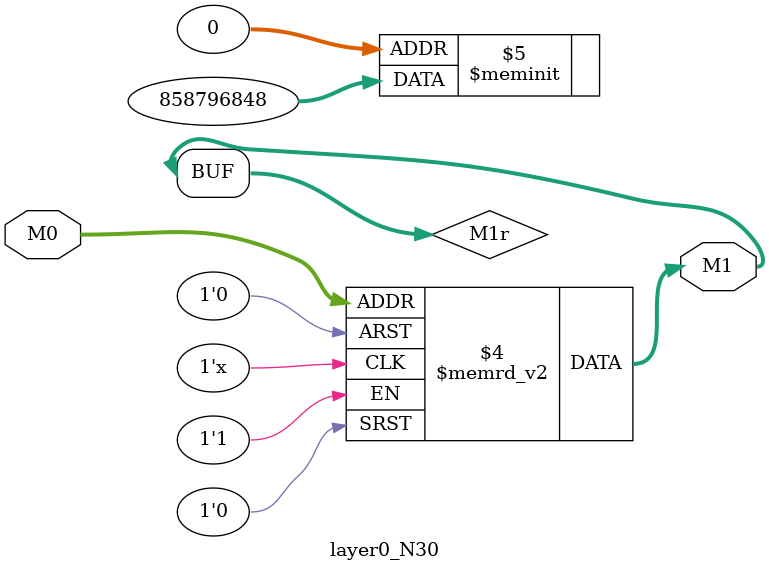
<source format=v>
module layer0_N30 ( input [3:0] M0, output [1:0] M1 );

	(*rom_style = "distributed" *) reg [1:0] M1r;
	assign M1 = M1r;
	always @ (M0) begin
		case (M0)
			4'b0000: M1r = 2'b00;
			4'b1000: M1r = 2'b00;
			4'b0100: M1r = 2'b11;
			4'b1100: M1r = 2'b11;
			4'b0010: M1r = 2'b11;
			4'b1010: M1r = 2'b11;
			4'b0110: M1r = 2'b11;
			4'b1110: M1r = 2'b11;
			4'b0001: M1r = 2'b00;
			4'b1001: M1r = 2'b00;
			4'b0101: M1r = 2'b00;
			4'b1101: M1r = 2'b00;
			4'b0011: M1r = 2'b00;
			4'b1011: M1r = 2'b00;
			4'b0111: M1r = 2'b00;
			4'b1111: M1r = 2'b00;

		endcase
	end
endmodule

</source>
